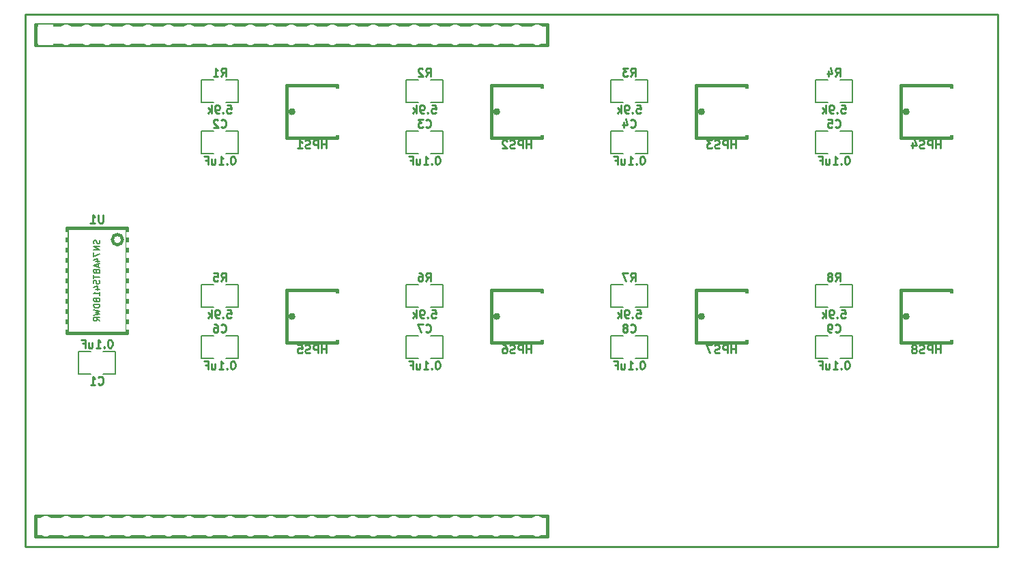
<source format=gbo>
G04 #@! TF.GenerationSoftware,KiCad,Pcbnew,no-vcs-found-7625~57~ubuntu16.04.1*
G04 #@! TF.CreationDate,2017-02-13T10:02:40-05:00*
G04 #@! TF.ProjectId,high_power_switch_controller_5x3,686967685F706F7765725F7377697463,1.0*
G04 #@! TF.FileFunction,Legend,Bot*
G04 #@! TF.FilePolarity,Positive*
%FSLAX46Y46*%
G04 Gerber Fmt 4.6, Leading zero omitted, Abs format (unit mm)*
G04 Created by KiCad (PCBNEW no-vcs-found-7625~57~ubuntu16.04.1) date Mon Feb 13 10:02:40 2017*
%MOMM*%
%LPD*%
G01*
G04 APERTURE LIST*
%ADD10C,0.100000*%
%ADD11C,0.228600*%
%ADD12C,0.381000*%
%ADD13C,0.127000*%
%ADD14C,0.254000*%
%ADD15C,0.190500*%
%ADD16O,2.032000X1.524000*%
%ADD17O,1.854200X2.540000*%
%ADD18R,1.854200X2.540000*%
%ADD19C,3.556000*%
%ADD20R,1.270000X2.540000*%
%ADD21R,2.200000X0.800000*%
%ADD22R,6.400000X5.800000*%
%ADD23C,2.540000*%
%ADD24R,2.140000X0.740000*%
G04 APERTURE END LIST*
D10*
D11*
X190500000Y-72390000D02*
X69850000Y-72390000D01*
X190500000Y-138430000D02*
X190500000Y-72390000D01*
X69850000Y-138430000D02*
X190500000Y-138430000D01*
X69850000Y-72390000D02*
X69850000Y-138430000D01*
D12*
X71120000Y-134620000D02*
X71120000Y-137160000D01*
X134620000Y-137160000D02*
X134620000Y-134620000D01*
X71120000Y-73660000D02*
X71120000Y-76200000D01*
X134620000Y-76200000D02*
X134620000Y-73660000D01*
X71120000Y-134620000D02*
X134620000Y-134620000D01*
X71120000Y-137160000D02*
X134620000Y-137160000D01*
X71120000Y-73660000D02*
X134620000Y-73660000D01*
X71120000Y-76200000D02*
X134620000Y-76200000D01*
D13*
X81026000Y-116967000D02*
X79502000Y-116967000D01*
X81026000Y-114173000D02*
X81026000Y-116967000D01*
X79502000Y-114173000D02*
X81026000Y-114173000D01*
X76454000Y-114173000D02*
X77978000Y-114173000D01*
X76454000Y-116967000D02*
X76454000Y-114173000D01*
X77978000Y-116967000D02*
X76454000Y-116967000D01*
X91694000Y-86868000D02*
X93218000Y-86868000D01*
X91694000Y-89662000D02*
X91694000Y-86868000D01*
X93218000Y-89662000D02*
X91694000Y-89662000D01*
X96266000Y-89662000D02*
X94742000Y-89662000D01*
X96266000Y-86868000D02*
X96266000Y-89662000D01*
X94742000Y-86868000D02*
X96266000Y-86868000D01*
X117094000Y-86868000D02*
X118618000Y-86868000D01*
X117094000Y-89662000D02*
X117094000Y-86868000D01*
X118618000Y-89662000D02*
X117094000Y-89662000D01*
X121666000Y-89662000D02*
X120142000Y-89662000D01*
X121666000Y-86868000D02*
X121666000Y-89662000D01*
X120142000Y-86868000D02*
X121666000Y-86868000D01*
X142494000Y-86868000D02*
X144018000Y-86868000D01*
X142494000Y-89662000D02*
X142494000Y-86868000D01*
X144018000Y-89662000D02*
X142494000Y-89662000D01*
X147066000Y-89662000D02*
X145542000Y-89662000D01*
X147066000Y-86868000D02*
X147066000Y-89662000D01*
X145542000Y-86868000D02*
X147066000Y-86868000D01*
X170942000Y-86868000D02*
X172466000Y-86868000D01*
X172466000Y-86868000D02*
X172466000Y-89662000D01*
X172466000Y-89662000D02*
X170942000Y-89662000D01*
X169418000Y-89662000D02*
X167894000Y-89662000D01*
X167894000Y-89662000D02*
X167894000Y-86868000D01*
X167894000Y-86868000D02*
X169418000Y-86868000D01*
X91694000Y-112268000D02*
X93218000Y-112268000D01*
X91694000Y-115062000D02*
X91694000Y-112268000D01*
X93218000Y-115062000D02*
X91694000Y-115062000D01*
X96266000Y-115062000D02*
X94742000Y-115062000D01*
X96266000Y-112268000D02*
X96266000Y-115062000D01*
X94742000Y-112268000D02*
X96266000Y-112268000D01*
X117094000Y-112268000D02*
X118618000Y-112268000D01*
X117094000Y-115062000D02*
X117094000Y-112268000D01*
X118618000Y-115062000D02*
X117094000Y-115062000D01*
X121666000Y-115062000D02*
X120142000Y-115062000D01*
X121666000Y-112268000D02*
X121666000Y-115062000D01*
X120142000Y-112268000D02*
X121666000Y-112268000D01*
X145542000Y-112268000D02*
X147066000Y-112268000D01*
X147066000Y-112268000D02*
X147066000Y-115062000D01*
X147066000Y-115062000D02*
X145542000Y-115062000D01*
X144018000Y-115062000D02*
X142494000Y-115062000D01*
X142494000Y-115062000D02*
X142494000Y-112268000D01*
X142494000Y-112268000D02*
X144018000Y-112268000D01*
X170942000Y-112268000D02*
X172466000Y-112268000D01*
X172466000Y-112268000D02*
X172466000Y-115062000D01*
X172466000Y-115062000D02*
X170942000Y-115062000D01*
X169418000Y-115062000D02*
X167894000Y-115062000D01*
X167894000Y-115062000D02*
X167894000Y-112268000D01*
X167894000Y-112268000D02*
X169418000Y-112268000D01*
D12*
X102300000Y-87705000D02*
X108520000Y-87705000D01*
X102300000Y-81205000D02*
X102300000Y-87705000D01*
X108520000Y-81205000D02*
X102300000Y-81205000D01*
X108520000Y-87705000D02*
X108520000Y-81205000D01*
X103153607Y-84455000D02*
G75*
G03X103153607Y-84455000I-223607J0D01*
G01*
X128553607Y-84455000D02*
G75*
G03X128553607Y-84455000I-223607J0D01*
G01*
X133920000Y-87705000D02*
X133920000Y-81205000D01*
X133920000Y-81205000D02*
X127700000Y-81205000D01*
X127700000Y-81205000D02*
X127700000Y-87705000D01*
X127700000Y-87705000D02*
X133920000Y-87705000D01*
X153953607Y-84455000D02*
G75*
G03X153953607Y-84455000I-223607J0D01*
G01*
X159320000Y-87705000D02*
X159320000Y-81205000D01*
X159320000Y-81205000D02*
X153100000Y-81205000D01*
X153100000Y-81205000D02*
X153100000Y-87705000D01*
X153100000Y-87705000D02*
X159320000Y-87705000D01*
X178500000Y-87705000D02*
X184720000Y-87705000D01*
X178500000Y-81205000D02*
X178500000Y-87705000D01*
X184720000Y-81205000D02*
X178500000Y-81205000D01*
X184720000Y-87705000D02*
X184720000Y-81205000D01*
X179353607Y-84455000D02*
G75*
G03X179353607Y-84455000I-223607J0D01*
G01*
X102300000Y-113105000D02*
X108520000Y-113105000D01*
X102300000Y-106605000D02*
X102300000Y-113105000D01*
X108520000Y-106605000D02*
X102300000Y-106605000D01*
X108520000Y-113105000D02*
X108520000Y-106605000D01*
X103153607Y-109855000D02*
G75*
G03X103153607Y-109855000I-223607J0D01*
G01*
X128553607Y-109855000D02*
G75*
G03X128553607Y-109855000I-223607J0D01*
G01*
X133920000Y-113105000D02*
X133920000Y-106605000D01*
X133920000Y-106605000D02*
X127700000Y-106605000D01*
X127700000Y-106605000D02*
X127700000Y-113105000D01*
X127700000Y-113105000D02*
X133920000Y-113105000D01*
X153100000Y-113105000D02*
X159320000Y-113105000D01*
X153100000Y-106605000D02*
X153100000Y-113105000D01*
X159320000Y-106605000D02*
X153100000Y-106605000D01*
X159320000Y-113105000D02*
X159320000Y-106605000D01*
X153953607Y-109855000D02*
G75*
G03X153953607Y-109855000I-223607J0D01*
G01*
X179353607Y-109855000D02*
G75*
G03X179353607Y-109855000I-223607J0D01*
G01*
X184720000Y-113105000D02*
X184720000Y-106605000D01*
X184720000Y-106605000D02*
X178500000Y-106605000D01*
X178500000Y-106605000D02*
X178500000Y-113105000D01*
X178500000Y-113105000D02*
X184720000Y-113105000D01*
D13*
X94742000Y-80518000D02*
X96266000Y-80518000D01*
X96266000Y-80518000D02*
X96266000Y-83312000D01*
X96266000Y-83312000D02*
X94742000Y-83312000D01*
X93218000Y-83312000D02*
X91694000Y-83312000D01*
X91694000Y-83312000D02*
X91694000Y-80518000D01*
X91694000Y-80518000D02*
X93218000Y-80518000D01*
X120142000Y-80518000D02*
X121666000Y-80518000D01*
X121666000Y-80518000D02*
X121666000Y-83312000D01*
X121666000Y-83312000D02*
X120142000Y-83312000D01*
X118618000Y-83312000D02*
X117094000Y-83312000D01*
X117094000Y-83312000D02*
X117094000Y-80518000D01*
X117094000Y-80518000D02*
X118618000Y-80518000D01*
X145542000Y-80518000D02*
X147066000Y-80518000D01*
X147066000Y-80518000D02*
X147066000Y-83312000D01*
X147066000Y-83312000D02*
X145542000Y-83312000D01*
X144018000Y-83312000D02*
X142494000Y-83312000D01*
X142494000Y-83312000D02*
X142494000Y-80518000D01*
X142494000Y-80518000D02*
X144018000Y-80518000D01*
X170942000Y-80518000D02*
X172466000Y-80518000D01*
X172466000Y-80518000D02*
X172466000Y-83312000D01*
X172466000Y-83312000D02*
X170942000Y-83312000D01*
X169418000Y-83312000D02*
X167894000Y-83312000D01*
X167894000Y-83312000D02*
X167894000Y-80518000D01*
X167894000Y-80518000D02*
X169418000Y-80518000D01*
X91694000Y-105918000D02*
X93218000Y-105918000D01*
X91694000Y-108712000D02*
X91694000Y-105918000D01*
X93218000Y-108712000D02*
X91694000Y-108712000D01*
X96266000Y-108712000D02*
X94742000Y-108712000D01*
X96266000Y-105918000D02*
X96266000Y-108712000D01*
X94742000Y-105918000D02*
X96266000Y-105918000D01*
X117094000Y-105918000D02*
X118618000Y-105918000D01*
X117094000Y-108712000D02*
X117094000Y-105918000D01*
X118618000Y-108712000D02*
X117094000Y-108712000D01*
X121666000Y-108712000D02*
X120142000Y-108712000D01*
X121666000Y-105918000D02*
X121666000Y-108712000D01*
X120142000Y-105918000D02*
X121666000Y-105918000D01*
X142494000Y-105918000D02*
X144018000Y-105918000D01*
X142494000Y-108712000D02*
X142494000Y-105918000D01*
X144018000Y-108712000D02*
X142494000Y-108712000D01*
X147066000Y-108712000D02*
X145542000Y-108712000D01*
X147066000Y-105918000D02*
X147066000Y-108712000D01*
X145542000Y-105918000D02*
X147066000Y-105918000D01*
X170942000Y-105918000D02*
X172466000Y-105918000D01*
X172466000Y-105918000D02*
X172466000Y-108712000D01*
X172466000Y-108712000D02*
X170942000Y-108712000D01*
X169418000Y-108712000D02*
X167894000Y-108712000D01*
X167894000Y-108712000D02*
X167894000Y-105918000D01*
X167894000Y-105918000D02*
X169418000Y-105918000D01*
D12*
X81915000Y-100330000D02*
G75*
G03X81915000Y-100330000I-635000J0D01*
G01*
X82490000Y-98910000D02*
X82490000Y-111910000D01*
X82490000Y-111910000D02*
X74990000Y-111910000D01*
X74990000Y-111910000D02*
X74990000Y-98910000D01*
X74990000Y-98910000D02*
X82490000Y-98910000D01*
D14*
X78909333Y-118218857D02*
X78957714Y-118267238D01*
X79102857Y-118315619D01*
X79199619Y-118315619D01*
X79344761Y-118267238D01*
X79441523Y-118170476D01*
X79489904Y-118073714D01*
X79538285Y-117880190D01*
X79538285Y-117735047D01*
X79489904Y-117541523D01*
X79441523Y-117444761D01*
X79344761Y-117348000D01*
X79199619Y-117299619D01*
X79102857Y-117299619D01*
X78957714Y-117348000D01*
X78909333Y-117396380D01*
X77941714Y-118315619D02*
X78522285Y-118315619D01*
X78232000Y-118315619D02*
X78232000Y-117299619D01*
X78328761Y-117444761D01*
X78425523Y-117541523D01*
X78522285Y-117589904D01*
X80409142Y-112727619D02*
X80312380Y-112727619D01*
X80215619Y-112776000D01*
X80167238Y-112824380D01*
X80118857Y-112921142D01*
X80070476Y-113114666D01*
X80070476Y-113356571D01*
X80118857Y-113550095D01*
X80167238Y-113646857D01*
X80215619Y-113695238D01*
X80312380Y-113743619D01*
X80409142Y-113743619D01*
X80505904Y-113695238D01*
X80554285Y-113646857D01*
X80602666Y-113550095D01*
X80651047Y-113356571D01*
X80651047Y-113114666D01*
X80602666Y-112921142D01*
X80554285Y-112824380D01*
X80505904Y-112776000D01*
X80409142Y-112727619D01*
X79635047Y-113646857D02*
X79586666Y-113695238D01*
X79635047Y-113743619D01*
X79683428Y-113695238D01*
X79635047Y-113646857D01*
X79635047Y-113743619D01*
X78619047Y-113743619D02*
X79199619Y-113743619D01*
X78909333Y-113743619D02*
X78909333Y-112727619D01*
X79006095Y-112872761D01*
X79102857Y-112969523D01*
X79199619Y-113017904D01*
X77748190Y-113066285D02*
X77748190Y-113743619D01*
X78183619Y-113066285D02*
X78183619Y-113598476D01*
X78135238Y-113695238D01*
X78038476Y-113743619D01*
X77893333Y-113743619D01*
X77796571Y-113695238D01*
X77748190Y-113646857D01*
X76925714Y-113211428D02*
X77264380Y-113211428D01*
X77264380Y-113743619D02*
X77264380Y-112727619D01*
X76780571Y-112727619D01*
X94149333Y-86341857D02*
X94197714Y-86390238D01*
X94342857Y-86438619D01*
X94439619Y-86438619D01*
X94584761Y-86390238D01*
X94681523Y-86293476D01*
X94729904Y-86196714D01*
X94778285Y-86003190D01*
X94778285Y-85858047D01*
X94729904Y-85664523D01*
X94681523Y-85567761D01*
X94584761Y-85471000D01*
X94439619Y-85422619D01*
X94342857Y-85422619D01*
X94197714Y-85471000D01*
X94149333Y-85519380D01*
X93762285Y-85519380D02*
X93713904Y-85471000D01*
X93617142Y-85422619D01*
X93375238Y-85422619D01*
X93278476Y-85471000D01*
X93230095Y-85519380D01*
X93181714Y-85616142D01*
X93181714Y-85712904D01*
X93230095Y-85858047D01*
X93810666Y-86438619D01*
X93181714Y-86438619D01*
X95649142Y-89994619D02*
X95552380Y-89994619D01*
X95455619Y-90043000D01*
X95407238Y-90091380D01*
X95358857Y-90188142D01*
X95310476Y-90381666D01*
X95310476Y-90623571D01*
X95358857Y-90817095D01*
X95407238Y-90913857D01*
X95455619Y-90962238D01*
X95552380Y-91010619D01*
X95649142Y-91010619D01*
X95745904Y-90962238D01*
X95794285Y-90913857D01*
X95842666Y-90817095D01*
X95891047Y-90623571D01*
X95891047Y-90381666D01*
X95842666Y-90188142D01*
X95794285Y-90091380D01*
X95745904Y-90043000D01*
X95649142Y-89994619D01*
X94875047Y-90913857D02*
X94826666Y-90962238D01*
X94875047Y-91010619D01*
X94923428Y-90962238D01*
X94875047Y-90913857D01*
X94875047Y-91010619D01*
X93859047Y-91010619D02*
X94439619Y-91010619D01*
X94149333Y-91010619D02*
X94149333Y-89994619D01*
X94246095Y-90139761D01*
X94342857Y-90236523D01*
X94439619Y-90284904D01*
X92988190Y-90333285D02*
X92988190Y-91010619D01*
X93423619Y-90333285D02*
X93423619Y-90865476D01*
X93375238Y-90962238D01*
X93278476Y-91010619D01*
X93133333Y-91010619D01*
X93036571Y-90962238D01*
X92988190Y-90913857D01*
X92165714Y-90478428D02*
X92504380Y-90478428D01*
X92504380Y-91010619D02*
X92504380Y-89994619D01*
X92020571Y-89994619D01*
X119549333Y-86341857D02*
X119597714Y-86390238D01*
X119742857Y-86438619D01*
X119839619Y-86438619D01*
X119984761Y-86390238D01*
X120081523Y-86293476D01*
X120129904Y-86196714D01*
X120178285Y-86003190D01*
X120178285Y-85858047D01*
X120129904Y-85664523D01*
X120081523Y-85567761D01*
X119984761Y-85471000D01*
X119839619Y-85422619D01*
X119742857Y-85422619D01*
X119597714Y-85471000D01*
X119549333Y-85519380D01*
X119210666Y-85422619D02*
X118581714Y-85422619D01*
X118920380Y-85809666D01*
X118775238Y-85809666D01*
X118678476Y-85858047D01*
X118630095Y-85906428D01*
X118581714Y-86003190D01*
X118581714Y-86245095D01*
X118630095Y-86341857D01*
X118678476Y-86390238D01*
X118775238Y-86438619D01*
X119065523Y-86438619D01*
X119162285Y-86390238D01*
X119210666Y-86341857D01*
X121049142Y-89994619D02*
X120952380Y-89994619D01*
X120855619Y-90043000D01*
X120807238Y-90091380D01*
X120758857Y-90188142D01*
X120710476Y-90381666D01*
X120710476Y-90623571D01*
X120758857Y-90817095D01*
X120807238Y-90913857D01*
X120855619Y-90962238D01*
X120952380Y-91010619D01*
X121049142Y-91010619D01*
X121145904Y-90962238D01*
X121194285Y-90913857D01*
X121242666Y-90817095D01*
X121291047Y-90623571D01*
X121291047Y-90381666D01*
X121242666Y-90188142D01*
X121194285Y-90091380D01*
X121145904Y-90043000D01*
X121049142Y-89994619D01*
X120275047Y-90913857D02*
X120226666Y-90962238D01*
X120275047Y-91010619D01*
X120323428Y-90962238D01*
X120275047Y-90913857D01*
X120275047Y-91010619D01*
X119259047Y-91010619D02*
X119839619Y-91010619D01*
X119549333Y-91010619D02*
X119549333Y-89994619D01*
X119646095Y-90139761D01*
X119742857Y-90236523D01*
X119839619Y-90284904D01*
X118388190Y-90333285D02*
X118388190Y-91010619D01*
X118823619Y-90333285D02*
X118823619Y-90865476D01*
X118775238Y-90962238D01*
X118678476Y-91010619D01*
X118533333Y-91010619D01*
X118436571Y-90962238D01*
X118388190Y-90913857D01*
X117565714Y-90478428D02*
X117904380Y-90478428D01*
X117904380Y-91010619D02*
X117904380Y-89994619D01*
X117420571Y-89994619D01*
X144949333Y-86341857D02*
X144997714Y-86390238D01*
X145142857Y-86438619D01*
X145239619Y-86438619D01*
X145384761Y-86390238D01*
X145481523Y-86293476D01*
X145529904Y-86196714D01*
X145578285Y-86003190D01*
X145578285Y-85858047D01*
X145529904Y-85664523D01*
X145481523Y-85567761D01*
X145384761Y-85471000D01*
X145239619Y-85422619D01*
X145142857Y-85422619D01*
X144997714Y-85471000D01*
X144949333Y-85519380D01*
X144078476Y-85761285D02*
X144078476Y-86438619D01*
X144320380Y-85374238D02*
X144562285Y-86099952D01*
X143933333Y-86099952D01*
X146449142Y-89994619D02*
X146352380Y-89994619D01*
X146255619Y-90043000D01*
X146207238Y-90091380D01*
X146158857Y-90188142D01*
X146110476Y-90381666D01*
X146110476Y-90623571D01*
X146158857Y-90817095D01*
X146207238Y-90913857D01*
X146255619Y-90962238D01*
X146352380Y-91010619D01*
X146449142Y-91010619D01*
X146545904Y-90962238D01*
X146594285Y-90913857D01*
X146642666Y-90817095D01*
X146691047Y-90623571D01*
X146691047Y-90381666D01*
X146642666Y-90188142D01*
X146594285Y-90091380D01*
X146545904Y-90043000D01*
X146449142Y-89994619D01*
X145675047Y-90913857D02*
X145626666Y-90962238D01*
X145675047Y-91010619D01*
X145723428Y-90962238D01*
X145675047Y-90913857D01*
X145675047Y-91010619D01*
X144659047Y-91010619D02*
X145239619Y-91010619D01*
X144949333Y-91010619D02*
X144949333Y-89994619D01*
X145046095Y-90139761D01*
X145142857Y-90236523D01*
X145239619Y-90284904D01*
X143788190Y-90333285D02*
X143788190Y-91010619D01*
X144223619Y-90333285D02*
X144223619Y-90865476D01*
X144175238Y-90962238D01*
X144078476Y-91010619D01*
X143933333Y-91010619D01*
X143836571Y-90962238D01*
X143788190Y-90913857D01*
X142965714Y-90478428D02*
X143304380Y-90478428D01*
X143304380Y-91010619D02*
X143304380Y-89994619D01*
X142820571Y-89994619D01*
X170349333Y-86341857D02*
X170397714Y-86390238D01*
X170542857Y-86438619D01*
X170639619Y-86438619D01*
X170784761Y-86390238D01*
X170881523Y-86293476D01*
X170929904Y-86196714D01*
X170978285Y-86003190D01*
X170978285Y-85858047D01*
X170929904Y-85664523D01*
X170881523Y-85567761D01*
X170784761Y-85471000D01*
X170639619Y-85422619D01*
X170542857Y-85422619D01*
X170397714Y-85471000D01*
X170349333Y-85519380D01*
X169430095Y-85422619D02*
X169913904Y-85422619D01*
X169962285Y-85906428D01*
X169913904Y-85858047D01*
X169817142Y-85809666D01*
X169575238Y-85809666D01*
X169478476Y-85858047D01*
X169430095Y-85906428D01*
X169381714Y-86003190D01*
X169381714Y-86245095D01*
X169430095Y-86341857D01*
X169478476Y-86390238D01*
X169575238Y-86438619D01*
X169817142Y-86438619D01*
X169913904Y-86390238D01*
X169962285Y-86341857D01*
X171849142Y-89994619D02*
X171752380Y-89994619D01*
X171655619Y-90043000D01*
X171607238Y-90091380D01*
X171558857Y-90188142D01*
X171510476Y-90381666D01*
X171510476Y-90623571D01*
X171558857Y-90817095D01*
X171607238Y-90913857D01*
X171655619Y-90962238D01*
X171752380Y-91010619D01*
X171849142Y-91010619D01*
X171945904Y-90962238D01*
X171994285Y-90913857D01*
X172042666Y-90817095D01*
X172091047Y-90623571D01*
X172091047Y-90381666D01*
X172042666Y-90188142D01*
X171994285Y-90091380D01*
X171945904Y-90043000D01*
X171849142Y-89994619D01*
X171075047Y-90913857D02*
X171026666Y-90962238D01*
X171075047Y-91010619D01*
X171123428Y-90962238D01*
X171075047Y-90913857D01*
X171075047Y-91010619D01*
X170059047Y-91010619D02*
X170639619Y-91010619D01*
X170349333Y-91010619D02*
X170349333Y-89994619D01*
X170446095Y-90139761D01*
X170542857Y-90236523D01*
X170639619Y-90284904D01*
X169188190Y-90333285D02*
X169188190Y-91010619D01*
X169623619Y-90333285D02*
X169623619Y-90865476D01*
X169575238Y-90962238D01*
X169478476Y-91010619D01*
X169333333Y-91010619D01*
X169236571Y-90962238D01*
X169188190Y-90913857D01*
X168365714Y-90478428D02*
X168704380Y-90478428D01*
X168704380Y-91010619D02*
X168704380Y-89994619D01*
X168220571Y-89994619D01*
X94149333Y-111741857D02*
X94197714Y-111790238D01*
X94342857Y-111838619D01*
X94439619Y-111838619D01*
X94584761Y-111790238D01*
X94681523Y-111693476D01*
X94729904Y-111596714D01*
X94778285Y-111403190D01*
X94778285Y-111258047D01*
X94729904Y-111064523D01*
X94681523Y-110967761D01*
X94584761Y-110871000D01*
X94439619Y-110822619D01*
X94342857Y-110822619D01*
X94197714Y-110871000D01*
X94149333Y-110919380D01*
X93278476Y-110822619D02*
X93472000Y-110822619D01*
X93568761Y-110871000D01*
X93617142Y-110919380D01*
X93713904Y-111064523D01*
X93762285Y-111258047D01*
X93762285Y-111645095D01*
X93713904Y-111741857D01*
X93665523Y-111790238D01*
X93568761Y-111838619D01*
X93375238Y-111838619D01*
X93278476Y-111790238D01*
X93230095Y-111741857D01*
X93181714Y-111645095D01*
X93181714Y-111403190D01*
X93230095Y-111306428D01*
X93278476Y-111258047D01*
X93375238Y-111209666D01*
X93568761Y-111209666D01*
X93665523Y-111258047D01*
X93713904Y-111306428D01*
X93762285Y-111403190D01*
X95649142Y-115394619D02*
X95552380Y-115394619D01*
X95455619Y-115443000D01*
X95407238Y-115491380D01*
X95358857Y-115588142D01*
X95310476Y-115781666D01*
X95310476Y-116023571D01*
X95358857Y-116217095D01*
X95407238Y-116313857D01*
X95455619Y-116362238D01*
X95552380Y-116410619D01*
X95649142Y-116410619D01*
X95745904Y-116362238D01*
X95794285Y-116313857D01*
X95842666Y-116217095D01*
X95891047Y-116023571D01*
X95891047Y-115781666D01*
X95842666Y-115588142D01*
X95794285Y-115491380D01*
X95745904Y-115443000D01*
X95649142Y-115394619D01*
X94875047Y-116313857D02*
X94826666Y-116362238D01*
X94875047Y-116410619D01*
X94923428Y-116362238D01*
X94875047Y-116313857D01*
X94875047Y-116410619D01*
X93859047Y-116410619D02*
X94439619Y-116410619D01*
X94149333Y-116410619D02*
X94149333Y-115394619D01*
X94246095Y-115539761D01*
X94342857Y-115636523D01*
X94439619Y-115684904D01*
X92988190Y-115733285D02*
X92988190Y-116410619D01*
X93423619Y-115733285D02*
X93423619Y-116265476D01*
X93375238Y-116362238D01*
X93278476Y-116410619D01*
X93133333Y-116410619D01*
X93036571Y-116362238D01*
X92988190Y-116313857D01*
X92165714Y-115878428D02*
X92504380Y-115878428D01*
X92504380Y-116410619D02*
X92504380Y-115394619D01*
X92020571Y-115394619D01*
X119549333Y-111741857D02*
X119597714Y-111790238D01*
X119742857Y-111838619D01*
X119839619Y-111838619D01*
X119984761Y-111790238D01*
X120081523Y-111693476D01*
X120129904Y-111596714D01*
X120178285Y-111403190D01*
X120178285Y-111258047D01*
X120129904Y-111064523D01*
X120081523Y-110967761D01*
X119984761Y-110871000D01*
X119839619Y-110822619D01*
X119742857Y-110822619D01*
X119597714Y-110871000D01*
X119549333Y-110919380D01*
X119210666Y-110822619D02*
X118533333Y-110822619D01*
X118968761Y-111838619D01*
X121049142Y-115394619D02*
X120952380Y-115394619D01*
X120855619Y-115443000D01*
X120807238Y-115491380D01*
X120758857Y-115588142D01*
X120710476Y-115781666D01*
X120710476Y-116023571D01*
X120758857Y-116217095D01*
X120807238Y-116313857D01*
X120855619Y-116362238D01*
X120952380Y-116410619D01*
X121049142Y-116410619D01*
X121145904Y-116362238D01*
X121194285Y-116313857D01*
X121242666Y-116217095D01*
X121291047Y-116023571D01*
X121291047Y-115781666D01*
X121242666Y-115588142D01*
X121194285Y-115491380D01*
X121145904Y-115443000D01*
X121049142Y-115394619D01*
X120275047Y-116313857D02*
X120226666Y-116362238D01*
X120275047Y-116410619D01*
X120323428Y-116362238D01*
X120275047Y-116313857D01*
X120275047Y-116410619D01*
X119259047Y-116410619D02*
X119839619Y-116410619D01*
X119549333Y-116410619D02*
X119549333Y-115394619D01*
X119646095Y-115539761D01*
X119742857Y-115636523D01*
X119839619Y-115684904D01*
X118388190Y-115733285D02*
X118388190Y-116410619D01*
X118823619Y-115733285D02*
X118823619Y-116265476D01*
X118775238Y-116362238D01*
X118678476Y-116410619D01*
X118533333Y-116410619D01*
X118436571Y-116362238D01*
X118388190Y-116313857D01*
X117565714Y-115878428D02*
X117904380Y-115878428D01*
X117904380Y-116410619D02*
X117904380Y-115394619D01*
X117420571Y-115394619D01*
X144949333Y-111741857D02*
X144997714Y-111790238D01*
X145142857Y-111838619D01*
X145239619Y-111838619D01*
X145384761Y-111790238D01*
X145481523Y-111693476D01*
X145529904Y-111596714D01*
X145578285Y-111403190D01*
X145578285Y-111258047D01*
X145529904Y-111064523D01*
X145481523Y-110967761D01*
X145384761Y-110871000D01*
X145239619Y-110822619D01*
X145142857Y-110822619D01*
X144997714Y-110871000D01*
X144949333Y-110919380D01*
X144368761Y-111258047D02*
X144465523Y-111209666D01*
X144513904Y-111161285D01*
X144562285Y-111064523D01*
X144562285Y-111016142D01*
X144513904Y-110919380D01*
X144465523Y-110871000D01*
X144368761Y-110822619D01*
X144175238Y-110822619D01*
X144078476Y-110871000D01*
X144030095Y-110919380D01*
X143981714Y-111016142D01*
X143981714Y-111064523D01*
X144030095Y-111161285D01*
X144078476Y-111209666D01*
X144175238Y-111258047D01*
X144368761Y-111258047D01*
X144465523Y-111306428D01*
X144513904Y-111354809D01*
X144562285Y-111451571D01*
X144562285Y-111645095D01*
X144513904Y-111741857D01*
X144465523Y-111790238D01*
X144368761Y-111838619D01*
X144175238Y-111838619D01*
X144078476Y-111790238D01*
X144030095Y-111741857D01*
X143981714Y-111645095D01*
X143981714Y-111451571D01*
X144030095Y-111354809D01*
X144078476Y-111306428D01*
X144175238Y-111258047D01*
X146449142Y-115394619D02*
X146352380Y-115394619D01*
X146255619Y-115443000D01*
X146207238Y-115491380D01*
X146158857Y-115588142D01*
X146110476Y-115781666D01*
X146110476Y-116023571D01*
X146158857Y-116217095D01*
X146207238Y-116313857D01*
X146255619Y-116362238D01*
X146352380Y-116410619D01*
X146449142Y-116410619D01*
X146545904Y-116362238D01*
X146594285Y-116313857D01*
X146642666Y-116217095D01*
X146691047Y-116023571D01*
X146691047Y-115781666D01*
X146642666Y-115588142D01*
X146594285Y-115491380D01*
X146545904Y-115443000D01*
X146449142Y-115394619D01*
X145675047Y-116313857D02*
X145626666Y-116362238D01*
X145675047Y-116410619D01*
X145723428Y-116362238D01*
X145675047Y-116313857D01*
X145675047Y-116410619D01*
X144659047Y-116410619D02*
X145239619Y-116410619D01*
X144949333Y-116410619D02*
X144949333Y-115394619D01*
X145046095Y-115539761D01*
X145142857Y-115636523D01*
X145239619Y-115684904D01*
X143788190Y-115733285D02*
X143788190Y-116410619D01*
X144223619Y-115733285D02*
X144223619Y-116265476D01*
X144175238Y-116362238D01*
X144078476Y-116410619D01*
X143933333Y-116410619D01*
X143836571Y-116362238D01*
X143788190Y-116313857D01*
X142965714Y-115878428D02*
X143304380Y-115878428D01*
X143304380Y-116410619D02*
X143304380Y-115394619D01*
X142820571Y-115394619D01*
X170349333Y-111741857D02*
X170397714Y-111790238D01*
X170542857Y-111838619D01*
X170639619Y-111838619D01*
X170784761Y-111790238D01*
X170881523Y-111693476D01*
X170929904Y-111596714D01*
X170978285Y-111403190D01*
X170978285Y-111258047D01*
X170929904Y-111064523D01*
X170881523Y-110967761D01*
X170784761Y-110871000D01*
X170639619Y-110822619D01*
X170542857Y-110822619D01*
X170397714Y-110871000D01*
X170349333Y-110919380D01*
X169865523Y-111838619D02*
X169672000Y-111838619D01*
X169575238Y-111790238D01*
X169526857Y-111741857D01*
X169430095Y-111596714D01*
X169381714Y-111403190D01*
X169381714Y-111016142D01*
X169430095Y-110919380D01*
X169478476Y-110871000D01*
X169575238Y-110822619D01*
X169768761Y-110822619D01*
X169865523Y-110871000D01*
X169913904Y-110919380D01*
X169962285Y-111016142D01*
X169962285Y-111258047D01*
X169913904Y-111354809D01*
X169865523Y-111403190D01*
X169768761Y-111451571D01*
X169575238Y-111451571D01*
X169478476Y-111403190D01*
X169430095Y-111354809D01*
X169381714Y-111258047D01*
X171849142Y-115394619D02*
X171752380Y-115394619D01*
X171655619Y-115443000D01*
X171607238Y-115491380D01*
X171558857Y-115588142D01*
X171510476Y-115781666D01*
X171510476Y-116023571D01*
X171558857Y-116217095D01*
X171607238Y-116313857D01*
X171655619Y-116362238D01*
X171752380Y-116410619D01*
X171849142Y-116410619D01*
X171945904Y-116362238D01*
X171994285Y-116313857D01*
X172042666Y-116217095D01*
X172091047Y-116023571D01*
X172091047Y-115781666D01*
X172042666Y-115588142D01*
X171994285Y-115491380D01*
X171945904Y-115443000D01*
X171849142Y-115394619D01*
X171075047Y-116313857D02*
X171026666Y-116362238D01*
X171075047Y-116410619D01*
X171123428Y-116362238D01*
X171075047Y-116313857D01*
X171075047Y-116410619D01*
X170059047Y-116410619D02*
X170639619Y-116410619D01*
X170349333Y-116410619D02*
X170349333Y-115394619D01*
X170446095Y-115539761D01*
X170542857Y-115636523D01*
X170639619Y-115684904D01*
X169188190Y-115733285D02*
X169188190Y-116410619D01*
X169623619Y-115733285D02*
X169623619Y-116265476D01*
X169575238Y-116362238D01*
X169478476Y-116410619D01*
X169333333Y-116410619D01*
X169236571Y-116362238D01*
X169188190Y-116313857D01*
X168365714Y-115878428D02*
X168704380Y-115878428D01*
X168704380Y-116410619D02*
X168704380Y-115394619D01*
X168220571Y-115394619D01*
X107195904Y-89014619D02*
X107195904Y-87998619D01*
X107195904Y-88482428D02*
X106615333Y-88482428D01*
X106615333Y-89014619D02*
X106615333Y-87998619D01*
X106131523Y-89014619D02*
X106131523Y-87998619D01*
X105744476Y-87998619D01*
X105647714Y-88047000D01*
X105599333Y-88095380D01*
X105550952Y-88192142D01*
X105550952Y-88337285D01*
X105599333Y-88434047D01*
X105647714Y-88482428D01*
X105744476Y-88530809D01*
X106131523Y-88530809D01*
X105163904Y-88966238D02*
X105018761Y-89014619D01*
X104776857Y-89014619D01*
X104680095Y-88966238D01*
X104631714Y-88917857D01*
X104583333Y-88821095D01*
X104583333Y-88724333D01*
X104631714Y-88627571D01*
X104680095Y-88579190D01*
X104776857Y-88530809D01*
X104970380Y-88482428D01*
X105067142Y-88434047D01*
X105115523Y-88385666D01*
X105163904Y-88288904D01*
X105163904Y-88192142D01*
X105115523Y-88095380D01*
X105067142Y-88047000D01*
X104970380Y-87998619D01*
X104728476Y-87998619D01*
X104583333Y-88047000D01*
X103615714Y-89014619D02*
X104196285Y-89014619D01*
X103906000Y-89014619D02*
X103906000Y-87998619D01*
X104002761Y-88143761D01*
X104099523Y-88240523D01*
X104196285Y-88288904D01*
X132595904Y-89014619D02*
X132595904Y-87998619D01*
X132595904Y-88482428D02*
X132015333Y-88482428D01*
X132015333Y-89014619D02*
X132015333Y-87998619D01*
X131531523Y-89014619D02*
X131531523Y-87998619D01*
X131144476Y-87998619D01*
X131047714Y-88047000D01*
X130999333Y-88095380D01*
X130950952Y-88192142D01*
X130950952Y-88337285D01*
X130999333Y-88434047D01*
X131047714Y-88482428D01*
X131144476Y-88530809D01*
X131531523Y-88530809D01*
X130563904Y-88966238D02*
X130418761Y-89014619D01*
X130176857Y-89014619D01*
X130080095Y-88966238D01*
X130031714Y-88917857D01*
X129983333Y-88821095D01*
X129983333Y-88724333D01*
X130031714Y-88627571D01*
X130080095Y-88579190D01*
X130176857Y-88530809D01*
X130370380Y-88482428D01*
X130467142Y-88434047D01*
X130515523Y-88385666D01*
X130563904Y-88288904D01*
X130563904Y-88192142D01*
X130515523Y-88095380D01*
X130467142Y-88047000D01*
X130370380Y-87998619D01*
X130128476Y-87998619D01*
X129983333Y-88047000D01*
X129596285Y-88095380D02*
X129547904Y-88047000D01*
X129451142Y-87998619D01*
X129209238Y-87998619D01*
X129112476Y-88047000D01*
X129064095Y-88095380D01*
X129015714Y-88192142D01*
X129015714Y-88288904D01*
X129064095Y-88434047D01*
X129644666Y-89014619D01*
X129015714Y-89014619D01*
X157995904Y-89014619D02*
X157995904Y-87998619D01*
X157995904Y-88482428D02*
X157415333Y-88482428D01*
X157415333Y-89014619D02*
X157415333Y-87998619D01*
X156931523Y-89014619D02*
X156931523Y-87998619D01*
X156544476Y-87998619D01*
X156447714Y-88047000D01*
X156399333Y-88095380D01*
X156350952Y-88192142D01*
X156350952Y-88337285D01*
X156399333Y-88434047D01*
X156447714Y-88482428D01*
X156544476Y-88530809D01*
X156931523Y-88530809D01*
X155963904Y-88966238D02*
X155818761Y-89014619D01*
X155576857Y-89014619D01*
X155480095Y-88966238D01*
X155431714Y-88917857D01*
X155383333Y-88821095D01*
X155383333Y-88724333D01*
X155431714Y-88627571D01*
X155480095Y-88579190D01*
X155576857Y-88530809D01*
X155770380Y-88482428D01*
X155867142Y-88434047D01*
X155915523Y-88385666D01*
X155963904Y-88288904D01*
X155963904Y-88192142D01*
X155915523Y-88095380D01*
X155867142Y-88047000D01*
X155770380Y-87998619D01*
X155528476Y-87998619D01*
X155383333Y-88047000D01*
X155044666Y-87998619D02*
X154415714Y-87998619D01*
X154754380Y-88385666D01*
X154609238Y-88385666D01*
X154512476Y-88434047D01*
X154464095Y-88482428D01*
X154415714Y-88579190D01*
X154415714Y-88821095D01*
X154464095Y-88917857D01*
X154512476Y-88966238D01*
X154609238Y-89014619D01*
X154899523Y-89014619D01*
X154996285Y-88966238D01*
X155044666Y-88917857D01*
X183395904Y-89014619D02*
X183395904Y-87998619D01*
X183395904Y-88482428D02*
X182815333Y-88482428D01*
X182815333Y-89014619D02*
X182815333Y-87998619D01*
X182331523Y-89014619D02*
X182331523Y-87998619D01*
X181944476Y-87998619D01*
X181847714Y-88047000D01*
X181799333Y-88095380D01*
X181750952Y-88192142D01*
X181750952Y-88337285D01*
X181799333Y-88434047D01*
X181847714Y-88482428D01*
X181944476Y-88530809D01*
X182331523Y-88530809D01*
X181363904Y-88966238D02*
X181218761Y-89014619D01*
X180976857Y-89014619D01*
X180880095Y-88966238D01*
X180831714Y-88917857D01*
X180783333Y-88821095D01*
X180783333Y-88724333D01*
X180831714Y-88627571D01*
X180880095Y-88579190D01*
X180976857Y-88530809D01*
X181170380Y-88482428D01*
X181267142Y-88434047D01*
X181315523Y-88385666D01*
X181363904Y-88288904D01*
X181363904Y-88192142D01*
X181315523Y-88095380D01*
X181267142Y-88047000D01*
X181170380Y-87998619D01*
X180928476Y-87998619D01*
X180783333Y-88047000D01*
X179912476Y-88337285D02*
X179912476Y-89014619D01*
X180154380Y-87950238D02*
X180396285Y-88675952D01*
X179767333Y-88675952D01*
X107195904Y-114414619D02*
X107195904Y-113398619D01*
X107195904Y-113882428D02*
X106615333Y-113882428D01*
X106615333Y-114414619D02*
X106615333Y-113398619D01*
X106131523Y-114414619D02*
X106131523Y-113398619D01*
X105744476Y-113398619D01*
X105647714Y-113447000D01*
X105599333Y-113495380D01*
X105550952Y-113592142D01*
X105550952Y-113737285D01*
X105599333Y-113834047D01*
X105647714Y-113882428D01*
X105744476Y-113930809D01*
X106131523Y-113930809D01*
X105163904Y-114366238D02*
X105018761Y-114414619D01*
X104776857Y-114414619D01*
X104680095Y-114366238D01*
X104631714Y-114317857D01*
X104583333Y-114221095D01*
X104583333Y-114124333D01*
X104631714Y-114027571D01*
X104680095Y-113979190D01*
X104776857Y-113930809D01*
X104970380Y-113882428D01*
X105067142Y-113834047D01*
X105115523Y-113785666D01*
X105163904Y-113688904D01*
X105163904Y-113592142D01*
X105115523Y-113495380D01*
X105067142Y-113447000D01*
X104970380Y-113398619D01*
X104728476Y-113398619D01*
X104583333Y-113447000D01*
X103664095Y-113398619D02*
X104147904Y-113398619D01*
X104196285Y-113882428D01*
X104147904Y-113834047D01*
X104051142Y-113785666D01*
X103809238Y-113785666D01*
X103712476Y-113834047D01*
X103664095Y-113882428D01*
X103615714Y-113979190D01*
X103615714Y-114221095D01*
X103664095Y-114317857D01*
X103712476Y-114366238D01*
X103809238Y-114414619D01*
X104051142Y-114414619D01*
X104147904Y-114366238D01*
X104196285Y-114317857D01*
X132595904Y-114414619D02*
X132595904Y-113398619D01*
X132595904Y-113882428D02*
X132015333Y-113882428D01*
X132015333Y-114414619D02*
X132015333Y-113398619D01*
X131531523Y-114414619D02*
X131531523Y-113398619D01*
X131144476Y-113398619D01*
X131047714Y-113447000D01*
X130999333Y-113495380D01*
X130950952Y-113592142D01*
X130950952Y-113737285D01*
X130999333Y-113834047D01*
X131047714Y-113882428D01*
X131144476Y-113930809D01*
X131531523Y-113930809D01*
X130563904Y-114366238D02*
X130418761Y-114414619D01*
X130176857Y-114414619D01*
X130080095Y-114366238D01*
X130031714Y-114317857D01*
X129983333Y-114221095D01*
X129983333Y-114124333D01*
X130031714Y-114027571D01*
X130080095Y-113979190D01*
X130176857Y-113930809D01*
X130370380Y-113882428D01*
X130467142Y-113834047D01*
X130515523Y-113785666D01*
X130563904Y-113688904D01*
X130563904Y-113592142D01*
X130515523Y-113495380D01*
X130467142Y-113447000D01*
X130370380Y-113398619D01*
X130128476Y-113398619D01*
X129983333Y-113447000D01*
X129112476Y-113398619D02*
X129306000Y-113398619D01*
X129402761Y-113447000D01*
X129451142Y-113495380D01*
X129547904Y-113640523D01*
X129596285Y-113834047D01*
X129596285Y-114221095D01*
X129547904Y-114317857D01*
X129499523Y-114366238D01*
X129402761Y-114414619D01*
X129209238Y-114414619D01*
X129112476Y-114366238D01*
X129064095Y-114317857D01*
X129015714Y-114221095D01*
X129015714Y-113979190D01*
X129064095Y-113882428D01*
X129112476Y-113834047D01*
X129209238Y-113785666D01*
X129402761Y-113785666D01*
X129499523Y-113834047D01*
X129547904Y-113882428D01*
X129596285Y-113979190D01*
X157995904Y-114414619D02*
X157995904Y-113398619D01*
X157995904Y-113882428D02*
X157415333Y-113882428D01*
X157415333Y-114414619D02*
X157415333Y-113398619D01*
X156931523Y-114414619D02*
X156931523Y-113398619D01*
X156544476Y-113398619D01*
X156447714Y-113447000D01*
X156399333Y-113495380D01*
X156350952Y-113592142D01*
X156350952Y-113737285D01*
X156399333Y-113834047D01*
X156447714Y-113882428D01*
X156544476Y-113930809D01*
X156931523Y-113930809D01*
X155963904Y-114366238D02*
X155818761Y-114414619D01*
X155576857Y-114414619D01*
X155480095Y-114366238D01*
X155431714Y-114317857D01*
X155383333Y-114221095D01*
X155383333Y-114124333D01*
X155431714Y-114027571D01*
X155480095Y-113979190D01*
X155576857Y-113930809D01*
X155770380Y-113882428D01*
X155867142Y-113834047D01*
X155915523Y-113785666D01*
X155963904Y-113688904D01*
X155963904Y-113592142D01*
X155915523Y-113495380D01*
X155867142Y-113447000D01*
X155770380Y-113398619D01*
X155528476Y-113398619D01*
X155383333Y-113447000D01*
X155044666Y-113398619D02*
X154367333Y-113398619D01*
X154802761Y-114414619D01*
X183395904Y-114414619D02*
X183395904Y-113398619D01*
X183395904Y-113882428D02*
X182815333Y-113882428D01*
X182815333Y-114414619D02*
X182815333Y-113398619D01*
X182331523Y-114414619D02*
X182331523Y-113398619D01*
X181944476Y-113398619D01*
X181847714Y-113447000D01*
X181799333Y-113495380D01*
X181750952Y-113592142D01*
X181750952Y-113737285D01*
X181799333Y-113834047D01*
X181847714Y-113882428D01*
X181944476Y-113930809D01*
X182331523Y-113930809D01*
X181363904Y-114366238D02*
X181218761Y-114414619D01*
X180976857Y-114414619D01*
X180880095Y-114366238D01*
X180831714Y-114317857D01*
X180783333Y-114221095D01*
X180783333Y-114124333D01*
X180831714Y-114027571D01*
X180880095Y-113979190D01*
X180976857Y-113930809D01*
X181170380Y-113882428D01*
X181267142Y-113834047D01*
X181315523Y-113785666D01*
X181363904Y-113688904D01*
X181363904Y-113592142D01*
X181315523Y-113495380D01*
X181267142Y-113447000D01*
X181170380Y-113398619D01*
X180928476Y-113398619D01*
X180783333Y-113447000D01*
X180202761Y-113834047D02*
X180299523Y-113785666D01*
X180347904Y-113737285D01*
X180396285Y-113640523D01*
X180396285Y-113592142D01*
X180347904Y-113495380D01*
X180299523Y-113447000D01*
X180202761Y-113398619D01*
X180009238Y-113398619D01*
X179912476Y-113447000D01*
X179864095Y-113495380D01*
X179815714Y-113592142D01*
X179815714Y-113640523D01*
X179864095Y-113737285D01*
X179912476Y-113785666D01*
X180009238Y-113834047D01*
X180202761Y-113834047D01*
X180299523Y-113882428D01*
X180347904Y-113930809D01*
X180396285Y-114027571D01*
X180396285Y-114221095D01*
X180347904Y-114317857D01*
X180299523Y-114366238D01*
X180202761Y-114414619D01*
X180009238Y-114414619D01*
X179912476Y-114366238D01*
X179864095Y-114317857D01*
X179815714Y-114221095D01*
X179815714Y-114027571D01*
X179864095Y-113930809D01*
X179912476Y-113882428D01*
X180009238Y-113834047D01*
X94149333Y-80088619D02*
X94488000Y-79604809D01*
X94729904Y-80088619D02*
X94729904Y-79072619D01*
X94342857Y-79072619D01*
X94246095Y-79121000D01*
X94197714Y-79169380D01*
X94149333Y-79266142D01*
X94149333Y-79411285D01*
X94197714Y-79508047D01*
X94246095Y-79556428D01*
X94342857Y-79604809D01*
X94729904Y-79604809D01*
X93181714Y-80088619D02*
X93762285Y-80088619D01*
X93472000Y-80088619D02*
X93472000Y-79072619D01*
X93568761Y-79217761D01*
X93665523Y-79314523D01*
X93762285Y-79362904D01*
X94875047Y-83644619D02*
X95358857Y-83644619D01*
X95407238Y-84128428D01*
X95358857Y-84080047D01*
X95262095Y-84031666D01*
X95020190Y-84031666D01*
X94923428Y-84080047D01*
X94875047Y-84128428D01*
X94826666Y-84225190D01*
X94826666Y-84467095D01*
X94875047Y-84563857D01*
X94923428Y-84612238D01*
X95020190Y-84660619D01*
X95262095Y-84660619D01*
X95358857Y-84612238D01*
X95407238Y-84563857D01*
X94391238Y-84563857D02*
X94342857Y-84612238D01*
X94391238Y-84660619D01*
X94439619Y-84612238D01*
X94391238Y-84563857D01*
X94391238Y-84660619D01*
X93859047Y-84660619D02*
X93665523Y-84660619D01*
X93568761Y-84612238D01*
X93520380Y-84563857D01*
X93423619Y-84418714D01*
X93375238Y-84225190D01*
X93375238Y-83838142D01*
X93423619Y-83741380D01*
X93472000Y-83693000D01*
X93568761Y-83644619D01*
X93762285Y-83644619D01*
X93859047Y-83693000D01*
X93907428Y-83741380D01*
X93955809Y-83838142D01*
X93955809Y-84080047D01*
X93907428Y-84176809D01*
X93859047Y-84225190D01*
X93762285Y-84273571D01*
X93568761Y-84273571D01*
X93472000Y-84225190D01*
X93423619Y-84176809D01*
X93375238Y-84080047D01*
X92939809Y-84660619D02*
X92939809Y-83644619D01*
X92843047Y-84273571D02*
X92552761Y-84660619D01*
X92552761Y-83983285D02*
X92939809Y-84370333D01*
X119549333Y-80088619D02*
X119888000Y-79604809D01*
X120129904Y-80088619D02*
X120129904Y-79072619D01*
X119742857Y-79072619D01*
X119646095Y-79121000D01*
X119597714Y-79169380D01*
X119549333Y-79266142D01*
X119549333Y-79411285D01*
X119597714Y-79508047D01*
X119646095Y-79556428D01*
X119742857Y-79604809D01*
X120129904Y-79604809D01*
X119162285Y-79169380D02*
X119113904Y-79121000D01*
X119017142Y-79072619D01*
X118775238Y-79072619D01*
X118678476Y-79121000D01*
X118630095Y-79169380D01*
X118581714Y-79266142D01*
X118581714Y-79362904D01*
X118630095Y-79508047D01*
X119210666Y-80088619D01*
X118581714Y-80088619D01*
X120275047Y-83644619D02*
X120758857Y-83644619D01*
X120807238Y-84128428D01*
X120758857Y-84080047D01*
X120662095Y-84031666D01*
X120420190Y-84031666D01*
X120323428Y-84080047D01*
X120275047Y-84128428D01*
X120226666Y-84225190D01*
X120226666Y-84467095D01*
X120275047Y-84563857D01*
X120323428Y-84612238D01*
X120420190Y-84660619D01*
X120662095Y-84660619D01*
X120758857Y-84612238D01*
X120807238Y-84563857D01*
X119791238Y-84563857D02*
X119742857Y-84612238D01*
X119791238Y-84660619D01*
X119839619Y-84612238D01*
X119791238Y-84563857D01*
X119791238Y-84660619D01*
X119259047Y-84660619D02*
X119065523Y-84660619D01*
X118968761Y-84612238D01*
X118920380Y-84563857D01*
X118823619Y-84418714D01*
X118775238Y-84225190D01*
X118775238Y-83838142D01*
X118823619Y-83741380D01*
X118872000Y-83693000D01*
X118968761Y-83644619D01*
X119162285Y-83644619D01*
X119259047Y-83693000D01*
X119307428Y-83741380D01*
X119355809Y-83838142D01*
X119355809Y-84080047D01*
X119307428Y-84176809D01*
X119259047Y-84225190D01*
X119162285Y-84273571D01*
X118968761Y-84273571D01*
X118872000Y-84225190D01*
X118823619Y-84176809D01*
X118775238Y-84080047D01*
X118339809Y-84660619D02*
X118339809Y-83644619D01*
X118243047Y-84273571D02*
X117952761Y-84660619D01*
X117952761Y-83983285D02*
X118339809Y-84370333D01*
X144949333Y-80088619D02*
X145288000Y-79604809D01*
X145529904Y-80088619D02*
X145529904Y-79072619D01*
X145142857Y-79072619D01*
X145046095Y-79121000D01*
X144997714Y-79169380D01*
X144949333Y-79266142D01*
X144949333Y-79411285D01*
X144997714Y-79508047D01*
X145046095Y-79556428D01*
X145142857Y-79604809D01*
X145529904Y-79604809D01*
X144610666Y-79072619D02*
X143981714Y-79072619D01*
X144320380Y-79459666D01*
X144175238Y-79459666D01*
X144078476Y-79508047D01*
X144030095Y-79556428D01*
X143981714Y-79653190D01*
X143981714Y-79895095D01*
X144030095Y-79991857D01*
X144078476Y-80040238D01*
X144175238Y-80088619D01*
X144465523Y-80088619D01*
X144562285Y-80040238D01*
X144610666Y-79991857D01*
X145675047Y-83644619D02*
X146158857Y-83644619D01*
X146207238Y-84128428D01*
X146158857Y-84080047D01*
X146062095Y-84031666D01*
X145820190Y-84031666D01*
X145723428Y-84080047D01*
X145675047Y-84128428D01*
X145626666Y-84225190D01*
X145626666Y-84467095D01*
X145675047Y-84563857D01*
X145723428Y-84612238D01*
X145820190Y-84660619D01*
X146062095Y-84660619D01*
X146158857Y-84612238D01*
X146207238Y-84563857D01*
X145191238Y-84563857D02*
X145142857Y-84612238D01*
X145191238Y-84660619D01*
X145239619Y-84612238D01*
X145191238Y-84563857D01*
X145191238Y-84660619D01*
X144659047Y-84660619D02*
X144465523Y-84660619D01*
X144368761Y-84612238D01*
X144320380Y-84563857D01*
X144223619Y-84418714D01*
X144175238Y-84225190D01*
X144175238Y-83838142D01*
X144223619Y-83741380D01*
X144272000Y-83693000D01*
X144368761Y-83644619D01*
X144562285Y-83644619D01*
X144659047Y-83693000D01*
X144707428Y-83741380D01*
X144755809Y-83838142D01*
X144755809Y-84080047D01*
X144707428Y-84176809D01*
X144659047Y-84225190D01*
X144562285Y-84273571D01*
X144368761Y-84273571D01*
X144272000Y-84225190D01*
X144223619Y-84176809D01*
X144175238Y-84080047D01*
X143739809Y-84660619D02*
X143739809Y-83644619D01*
X143643047Y-84273571D02*
X143352761Y-84660619D01*
X143352761Y-83983285D02*
X143739809Y-84370333D01*
X170349333Y-80088619D02*
X170688000Y-79604809D01*
X170929904Y-80088619D02*
X170929904Y-79072619D01*
X170542857Y-79072619D01*
X170446095Y-79121000D01*
X170397714Y-79169380D01*
X170349333Y-79266142D01*
X170349333Y-79411285D01*
X170397714Y-79508047D01*
X170446095Y-79556428D01*
X170542857Y-79604809D01*
X170929904Y-79604809D01*
X169478476Y-79411285D02*
X169478476Y-80088619D01*
X169720380Y-79024238D02*
X169962285Y-79749952D01*
X169333333Y-79749952D01*
X171075047Y-83644619D02*
X171558857Y-83644619D01*
X171607238Y-84128428D01*
X171558857Y-84080047D01*
X171462095Y-84031666D01*
X171220190Y-84031666D01*
X171123428Y-84080047D01*
X171075047Y-84128428D01*
X171026666Y-84225190D01*
X171026666Y-84467095D01*
X171075047Y-84563857D01*
X171123428Y-84612238D01*
X171220190Y-84660619D01*
X171462095Y-84660619D01*
X171558857Y-84612238D01*
X171607238Y-84563857D01*
X170591238Y-84563857D02*
X170542857Y-84612238D01*
X170591238Y-84660619D01*
X170639619Y-84612238D01*
X170591238Y-84563857D01*
X170591238Y-84660619D01*
X170059047Y-84660619D02*
X169865523Y-84660619D01*
X169768761Y-84612238D01*
X169720380Y-84563857D01*
X169623619Y-84418714D01*
X169575238Y-84225190D01*
X169575238Y-83838142D01*
X169623619Y-83741380D01*
X169672000Y-83693000D01*
X169768761Y-83644619D01*
X169962285Y-83644619D01*
X170059047Y-83693000D01*
X170107428Y-83741380D01*
X170155809Y-83838142D01*
X170155809Y-84080047D01*
X170107428Y-84176809D01*
X170059047Y-84225190D01*
X169962285Y-84273571D01*
X169768761Y-84273571D01*
X169672000Y-84225190D01*
X169623619Y-84176809D01*
X169575238Y-84080047D01*
X169139809Y-84660619D02*
X169139809Y-83644619D01*
X169043047Y-84273571D02*
X168752761Y-84660619D01*
X168752761Y-83983285D02*
X169139809Y-84370333D01*
X94149333Y-105488619D02*
X94488000Y-105004809D01*
X94729904Y-105488619D02*
X94729904Y-104472619D01*
X94342857Y-104472619D01*
X94246095Y-104521000D01*
X94197714Y-104569380D01*
X94149333Y-104666142D01*
X94149333Y-104811285D01*
X94197714Y-104908047D01*
X94246095Y-104956428D01*
X94342857Y-105004809D01*
X94729904Y-105004809D01*
X93230095Y-104472619D02*
X93713904Y-104472619D01*
X93762285Y-104956428D01*
X93713904Y-104908047D01*
X93617142Y-104859666D01*
X93375238Y-104859666D01*
X93278476Y-104908047D01*
X93230095Y-104956428D01*
X93181714Y-105053190D01*
X93181714Y-105295095D01*
X93230095Y-105391857D01*
X93278476Y-105440238D01*
X93375238Y-105488619D01*
X93617142Y-105488619D01*
X93713904Y-105440238D01*
X93762285Y-105391857D01*
X94875047Y-109044619D02*
X95358857Y-109044619D01*
X95407238Y-109528428D01*
X95358857Y-109480047D01*
X95262095Y-109431666D01*
X95020190Y-109431666D01*
X94923428Y-109480047D01*
X94875047Y-109528428D01*
X94826666Y-109625190D01*
X94826666Y-109867095D01*
X94875047Y-109963857D01*
X94923428Y-110012238D01*
X95020190Y-110060619D01*
X95262095Y-110060619D01*
X95358857Y-110012238D01*
X95407238Y-109963857D01*
X94391238Y-109963857D02*
X94342857Y-110012238D01*
X94391238Y-110060619D01*
X94439619Y-110012238D01*
X94391238Y-109963857D01*
X94391238Y-110060619D01*
X93859047Y-110060619D02*
X93665523Y-110060619D01*
X93568761Y-110012238D01*
X93520380Y-109963857D01*
X93423619Y-109818714D01*
X93375238Y-109625190D01*
X93375238Y-109238142D01*
X93423619Y-109141380D01*
X93472000Y-109093000D01*
X93568761Y-109044619D01*
X93762285Y-109044619D01*
X93859047Y-109093000D01*
X93907428Y-109141380D01*
X93955809Y-109238142D01*
X93955809Y-109480047D01*
X93907428Y-109576809D01*
X93859047Y-109625190D01*
X93762285Y-109673571D01*
X93568761Y-109673571D01*
X93472000Y-109625190D01*
X93423619Y-109576809D01*
X93375238Y-109480047D01*
X92939809Y-110060619D02*
X92939809Y-109044619D01*
X92843047Y-109673571D02*
X92552761Y-110060619D01*
X92552761Y-109383285D02*
X92939809Y-109770333D01*
X119549333Y-105488619D02*
X119888000Y-105004809D01*
X120129904Y-105488619D02*
X120129904Y-104472619D01*
X119742857Y-104472619D01*
X119646095Y-104521000D01*
X119597714Y-104569380D01*
X119549333Y-104666142D01*
X119549333Y-104811285D01*
X119597714Y-104908047D01*
X119646095Y-104956428D01*
X119742857Y-105004809D01*
X120129904Y-105004809D01*
X118678476Y-104472619D02*
X118872000Y-104472619D01*
X118968761Y-104521000D01*
X119017142Y-104569380D01*
X119113904Y-104714523D01*
X119162285Y-104908047D01*
X119162285Y-105295095D01*
X119113904Y-105391857D01*
X119065523Y-105440238D01*
X118968761Y-105488619D01*
X118775238Y-105488619D01*
X118678476Y-105440238D01*
X118630095Y-105391857D01*
X118581714Y-105295095D01*
X118581714Y-105053190D01*
X118630095Y-104956428D01*
X118678476Y-104908047D01*
X118775238Y-104859666D01*
X118968761Y-104859666D01*
X119065523Y-104908047D01*
X119113904Y-104956428D01*
X119162285Y-105053190D01*
X120275047Y-109044619D02*
X120758857Y-109044619D01*
X120807238Y-109528428D01*
X120758857Y-109480047D01*
X120662095Y-109431666D01*
X120420190Y-109431666D01*
X120323428Y-109480047D01*
X120275047Y-109528428D01*
X120226666Y-109625190D01*
X120226666Y-109867095D01*
X120275047Y-109963857D01*
X120323428Y-110012238D01*
X120420190Y-110060619D01*
X120662095Y-110060619D01*
X120758857Y-110012238D01*
X120807238Y-109963857D01*
X119791238Y-109963857D02*
X119742857Y-110012238D01*
X119791238Y-110060619D01*
X119839619Y-110012238D01*
X119791238Y-109963857D01*
X119791238Y-110060619D01*
X119259047Y-110060619D02*
X119065523Y-110060619D01*
X118968761Y-110012238D01*
X118920380Y-109963857D01*
X118823619Y-109818714D01*
X118775238Y-109625190D01*
X118775238Y-109238142D01*
X118823619Y-109141380D01*
X118872000Y-109093000D01*
X118968761Y-109044619D01*
X119162285Y-109044619D01*
X119259047Y-109093000D01*
X119307428Y-109141380D01*
X119355809Y-109238142D01*
X119355809Y-109480047D01*
X119307428Y-109576809D01*
X119259047Y-109625190D01*
X119162285Y-109673571D01*
X118968761Y-109673571D01*
X118872000Y-109625190D01*
X118823619Y-109576809D01*
X118775238Y-109480047D01*
X118339809Y-110060619D02*
X118339809Y-109044619D01*
X118243047Y-109673571D02*
X117952761Y-110060619D01*
X117952761Y-109383285D02*
X118339809Y-109770333D01*
X144949333Y-105488619D02*
X145288000Y-105004809D01*
X145529904Y-105488619D02*
X145529904Y-104472619D01*
X145142857Y-104472619D01*
X145046095Y-104521000D01*
X144997714Y-104569380D01*
X144949333Y-104666142D01*
X144949333Y-104811285D01*
X144997714Y-104908047D01*
X145046095Y-104956428D01*
X145142857Y-105004809D01*
X145529904Y-105004809D01*
X144610666Y-104472619D02*
X143933333Y-104472619D01*
X144368761Y-105488619D01*
X145675047Y-109044619D02*
X146158857Y-109044619D01*
X146207238Y-109528428D01*
X146158857Y-109480047D01*
X146062095Y-109431666D01*
X145820190Y-109431666D01*
X145723428Y-109480047D01*
X145675047Y-109528428D01*
X145626666Y-109625190D01*
X145626666Y-109867095D01*
X145675047Y-109963857D01*
X145723428Y-110012238D01*
X145820190Y-110060619D01*
X146062095Y-110060619D01*
X146158857Y-110012238D01*
X146207238Y-109963857D01*
X145191238Y-109963857D02*
X145142857Y-110012238D01*
X145191238Y-110060619D01*
X145239619Y-110012238D01*
X145191238Y-109963857D01*
X145191238Y-110060619D01*
X144659047Y-110060619D02*
X144465523Y-110060619D01*
X144368761Y-110012238D01*
X144320380Y-109963857D01*
X144223619Y-109818714D01*
X144175238Y-109625190D01*
X144175238Y-109238142D01*
X144223619Y-109141380D01*
X144272000Y-109093000D01*
X144368761Y-109044619D01*
X144562285Y-109044619D01*
X144659047Y-109093000D01*
X144707428Y-109141380D01*
X144755809Y-109238142D01*
X144755809Y-109480047D01*
X144707428Y-109576809D01*
X144659047Y-109625190D01*
X144562285Y-109673571D01*
X144368761Y-109673571D01*
X144272000Y-109625190D01*
X144223619Y-109576809D01*
X144175238Y-109480047D01*
X143739809Y-110060619D02*
X143739809Y-109044619D01*
X143643047Y-109673571D02*
X143352761Y-110060619D01*
X143352761Y-109383285D02*
X143739809Y-109770333D01*
X170349333Y-105488619D02*
X170688000Y-105004809D01*
X170929904Y-105488619D02*
X170929904Y-104472619D01*
X170542857Y-104472619D01*
X170446095Y-104521000D01*
X170397714Y-104569380D01*
X170349333Y-104666142D01*
X170349333Y-104811285D01*
X170397714Y-104908047D01*
X170446095Y-104956428D01*
X170542857Y-105004809D01*
X170929904Y-105004809D01*
X169768761Y-104908047D02*
X169865523Y-104859666D01*
X169913904Y-104811285D01*
X169962285Y-104714523D01*
X169962285Y-104666142D01*
X169913904Y-104569380D01*
X169865523Y-104521000D01*
X169768761Y-104472619D01*
X169575238Y-104472619D01*
X169478476Y-104521000D01*
X169430095Y-104569380D01*
X169381714Y-104666142D01*
X169381714Y-104714523D01*
X169430095Y-104811285D01*
X169478476Y-104859666D01*
X169575238Y-104908047D01*
X169768761Y-104908047D01*
X169865523Y-104956428D01*
X169913904Y-105004809D01*
X169962285Y-105101571D01*
X169962285Y-105295095D01*
X169913904Y-105391857D01*
X169865523Y-105440238D01*
X169768761Y-105488619D01*
X169575238Y-105488619D01*
X169478476Y-105440238D01*
X169430095Y-105391857D01*
X169381714Y-105295095D01*
X169381714Y-105101571D01*
X169430095Y-105004809D01*
X169478476Y-104956428D01*
X169575238Y-104908047D01*
X171075047Y-109044619D02*
X171558857Y-109044619D01*
X171607238Y-109528428D01*
X171558857Y-109480047D01*
X171462095Y-109431666D01*
X171220190Y-109431666D01*
X171123428Y-109480047D01*
X171075047Y-109528428D01*
X171026666Y-109625190D01*
X171026666Y-109867095D01*
X171075047Y-109963857D01*
X171123428Y-110012238D01*
X171220190Y-110060619D01*
X171462095Y-110060619D01*
X171558857Y-110012238D01*
X171607238Y-109963857D01*
X170591238Y-109963857D02*
X170542857Y-110012238D01*
X170591238Y-110060619D01*
X170639619Y-110012238D01*
X170591238Y-109963857D01*
X170591238Y-110060619D01*
X170059047Y-110060619D02*
X169865523Y-110060619D01*
X169768761Y-110012238D01*
X169720380Y-109963857D01*
X169623619Y-109818714D01*
X169575238Y-109625190D01*
X169575238Y-109238142D01*
X169623619Y-109141380D01*
X169672000Y-109093000D01*
X169768761Y-109044619D01*
X169962285Y-109044619D01*
X170059047Y-109093000D01*
X170107428Y-109141380D01*
X170155809Y-109238142D01*
X170155809Y-109480047D01*
X170107428Y-109576809D01*
X170059047Y-109625190D01*
X169962285Y-109673571D01*
X169768761Y-109673571D01*
X169672000Y-109625190D01*
X169623619Y-109576809D01*
X169575238Y-109480047D01*
X169139809Y-110060619D02*
X169139809Y-109044619D01*
X169043047Y-109673571D02*
X168752761Y-110060619D01*
X168752761Y-109383285D02*
X169139809Y-109770333D01*
X79514095Y-97233619D02*
X79514095Y-98056095D01*
X79465714Y-98152857D01*
X79417333Y-98201238D01*
X79320571Y-98249619D01*
X79127047Y-98249619D01*
X79030285Y-98201238D01*
X78981904Y-98152857D01*
X78933523Y-98056095D01*
X78933523Y-97233619D01*
X77917523Y-98249619D02*
X78498095Y-98249619D01*
X78207809Y-98249619D02*
X78207809Y-97233619D01*
X78304571Y-97378761D01*
X78401333Y-97475523D01*
X78498095Y-97523904D01*
D15*
X79048428Y-100402571D02*
X79084714Y-100511428D01*
X79084714Y-100692857D01*
X79048428Y-100765428D01*
X79012142Y-100801714D01*
X78939571Y-100838000D01*
X78867000Y-100838000D01*
X78794428Y-100801714D01*
X78758142Y-100765428D01*
X78721857Y-100692857D01*
X78685571Y-100547714D01*
X78649285Y-100475142D01*
X78613000Y-100438857D01*
X78540428Y-100402571D01*
X78467857Y-100402571D01*
X78395285Y-100438857D01*
X78359000Y-100475142D01*
X78322714Y-100547714D01*
X78322714Y-100729142D01*
X78359000Y-100838000D01*
X79084714Y-101164571D02*
X78322714Y-101164571D01*
X79084714Y-101600000D01*
X78322714Y-101600000D01*
X78322714Y-101890285D02*
X78322714Y-102398285D01*
X79084714Y-102071714D01*
X78576714Y-103015142D02*
X79084714Y-103015142D01*
X78286428Y-102833714D02*
X78830714Y-102652285D01*
X78830714Y-103124000D01*
X78867000Y-103378000D02*
X78867000Y-103740857D01*
X79084714Y-103305428D02*
X78322714Y-103559428D01*
X79084714Y-103813428D01*
X78685571Y-104321428D02*
X78721857Y-104430285D01*
X78758142Y-104466571D01*
X78830714Y-104502857D01*
X78939571Y-104502857D01*
X79012142Y-104466571D01*
X79048428Y-104430285D01*
X79084714Y-104357714D01*
X79084714Y-104067428D01*
X78322714Y-104067428D01*
X78322714Y-104321428D01*
X78359000Y-104394000D01*
X78395285Y-104430285D01*
X78467857Y-104466571D01*
X78540428Y-104466571D01*
X78613000Y-104430285D01*
X78649285Y-104394000D01*
X78685571Y-104321428D01*
X78685571Y-104067428D01*
X78322714Y-104720571D02*
X78322714Y-105156000D01*
X79084714Y-104938285D02*
X78322714Y-104938285D01*
X78322714Y-105772857D02*
X78322714Y-105410000D01*
X78685571Y-105373714D01*
X78649285Y-105410000D01*
X78613000Y-105482571D01*
X78613000Y-105664000D01*
X78649285Y-105736571D01*
X78685571Y-105772857D01*
X78758142Y-105809142D01*
X78939571Y-105809142D01*
X79012142Y-105772857D01*
X79048428Y-105736571D01*
X79084714Y-105664000D01*
X79084714Y-105482571D01*
X79048428Y-105410000D01*
X79012142Y-105373714D01*
X78576714Y-106462285D02*
X79084714Y-106462285D01*
X78286428Y-106280857D02*
X78830714Y-106099428D01*
X78830714Y-106571142D01*
X79084714Y-107260571D02*
X79084714Y-106825142D01*
X79084714Y-107042857D02*
X78322714Y-107042857D01*
X78431571Y-106970285D01*
X78504142Y-106897714D01*
X78540428Y-106825142D01*
X78685571Y-107841142D02*
X78721857Y-107950000D01*
X78758142Y-107986285D01*
X78830714Y-108022571D01*
X78939571Y-108022571D01*
X79012142Y-107986285D01*
X79048428Y-107950000D01*
X79084714Y-107877428D01*
X79084714Y-107587142D01*
X78322714Y-107587142D01*
X78322714Y-107841142D01*
X78359000Y-107913714D01*
X78395285Y-107950000D01*
X78467857Y-107986285D01*
X78540428Y-107986285D01*
X78613000Y-107950000D01*
X78649285Y-107913714D01*
X78685571Y-107841142D01*
X78685571Y-107587142D01*
X79084714Y-108349142D02*
X78322714Y-108349142D01*
X78322714Y-108530571D01*
X78359000Y-108639428D01*
X78431571Y-108712000D01*
X78504142Y-108748285D01*
X78649285Y-108784571D01*
X78758142Y-108784571D01*
X78903285Y-108748285D01*
X78975857Y-108712000D01*
X79048428Y-108639428D01*
X79084714Y-108530571D01*
X79084714Y-108349142D01*
X78322714Y-109038571D02*
X79084714Y-109220000D01*
X78540428Y-109365142D01*
X79084714Y-109510285D01*
X78322714Y-109691714D01*
X79084714Y-110417428D02*
X78721857Y-110163428D01*
X79084714Y-109982000D02*
X78322714Y-109982000D01*
X78322714Y-110272285D01*
X78359000Y-110344857D01*
X78395285Y-110381142D01*
X78467857Y-110417428D01*
X78576714Y-110417428D01*
X78649285Y-110381142D01*
X78685571Y-110344857D01*
X78721857Y-110272285D01*
X78721857Y-109982000D01*
%LPC*%
D16*
X88900000Y-100330000D03*
X93980000Y-100330000D03*
X114300000Y-100330000D03*
X119380000Y-100330000D03*
X139700000Y-100330000D03*
X144780000Y-100330000D03*
X165100000Y-100330000D03*
X170180000Y-100330000D03*
X88900000Y-125730000D03*
X93980000Y-125730000D03*
X114300000Y-125730000D03*
X119380000Y-125730000D03*
X139700000Y-125730000D03*
X144780000Y-125730000D03*
X165100000Y-125730000D03*
X170180000Y-125730000D03*
D17*
X74930000Y-74930000D03*
X77470000Y-74930000D03*
D18*
X72390000Y-74930000D03*
D17*
X80010000Y-74930000D03*
X82550000Y-74930000D03*
X85090000Y-74930000D03*
X87630000Y-74930000D03*
X90170000Y-74930000D03*
X92710000Y-74930000D03*
X95250000Y-74930000D03*
X97790000Y-74930000D03*
X100330000Y-74930000D03*
X102870000Y-74930000D03*
X105410000Y-74930000D03*
X107950000Y-74930000D03*
X110490000Y-74930000D03*
X110490000Y-135890000D03*
X107950000Y-135890000D03*
X105410000Y-135890000D03*
X102870000Y-135890000D03*
X100330000Y-135890000D03*
X97790000Y-135890000D03*
X95250000Y-135890000D03*
X92710000Y-135890000D03*
X90170000Y-135890000D03*
X87630000Y-135890000D03*
X85090000Y-135890000D03*
X82550000Y-135890000D03*
X80010000Y-135890000D03*
X77470000Y-135890000D03*
X74930000Y-135890000D03*
X72390000Y-135890000D03*
D19*
X73660000Y-80010000D03*
X73660000Y-130810000D03*
X137160000Y-135890000D03*
X137160000Y-74930000D03*
D17*
X113030000Y-135890000D03*
X115570000Y-135890000D03*
X118110000Y-135890000D03*
X120650000Y-135890000D03*
X123190000Y-135890000D03*
X125730000Y-135890000D03*
X128270000Y-135890000D03*
X130810000Y-135890000D03*
X133350000Y-135890000D03*
X113030000Y-74930000D03*
X115570000Y-74930000D03*
X118110000Y-74930000D03*
X120650000Y-74930000D03*
X123190000Y-74930000D03*
X125730000Y-74930000D03*
X128270000Y-74930000D03*
X130810000Y-74930000D03*
X133350000Y-74930000D03*
D20*
X80264000Y-115570000D03*
X77216000Y-115570000D03*
X92456000Y-88265000D03*
X95504000Y-88265000D03*
X117856000Y-88265000D03*
X120904000Y-88265000D03*
X143256000Y-88265000D03*
X146304000Y-88265000D03*
X171704000Y-88265000D03*
X168656000Y-88265000D03*
X92456000Y-113665000D03*
X95504000Y-113665000D03*
X117856000Y-113665000D03*
X120904000Y-113665000D03*
X146304000Y-113665000D03*
X143256000Y-113665000D03*
X171704000Y-113665000D03*
X168656000Y-113665000D03*
D21*
X100330000Y-82175000D03*
X100330000Y-83315000D03*
X100330000Y-85595000D03*
X100330000Y-86735000D03*
D22*
X106630000Y-84455000D03*
X132030000Y-84455000D03*
D21*
X125730000Y-86735000D03*
X125730000Y-85595000D03*
X125730000Y-83315000D03*
X125730000Y-82175000D03*
D22*
X157430000Y-84455000D03*
D21*
X151130000Y-86735000D03*
X151130000Y-85595000D03*
X151130000Y-83315000D03*
X151130000Y-82175000D03*
X176530000Y-82175000D03*
X176530000Y-83315000D03*
X176530000Y-85595000D03*
X176530000Y-86735000D03*
D22*
X182830000Y-84455000D03*
D21*
X100330000Y-107575000D03*
X100330000Y-108715000D03*
X100330000Y-110995000D03*
X100330000Y-112135000D03*
D22*
X106630000Y-109855000D03*
X132030000Y-109855000D03*
D21*
X125730000Y-112135000D03*
X125730000Y-110995000D03*
X125730000Y-108715000D03*
X125730000Y-107575000D03*
X151130000Y-107575000D03*
X151130000Y-108715000D03*
X151130000Y-110995000D03*
X151130000Y-112135000D03*
D22*
X157430000Y-109855000D03*
X182830000Y-109855000D03*
D21*
X176530000Y-112135000D03*
X176530000Y-110995000D03*
X176530000Y-108715000D03*
X176530000Y-107575000D03*
D20*
X95504000Y-81915000D03*
X92456000Y-81915000D03*
X120904000Y-81915000D03*
X117856000Y-81915000D03*
X146304000Y-81915000D03*
X143256000Y-81915000D03*
X171704000Y-81915000D03*
X168656000Y-81915000D03*
X92456000Y-107315000D03*
X95504000Y-107315000D03*
X117856000Y-107315000D03*
X120904000Y-107315000D03*
X143256000Y-107315000D03*
X146304000Y-107315000D03*
X171704000Y-107315000D03*
X168656000Y-107315000D03*
D23*
X132080000Y-92075000D03*
X116840000Y-92075000D03*
X121920000Y-92075000D03*
X127000000Y-92075000D03*
X182880000Y-92075000D03*
X167640000Y-92075000D03*
X172720000Y-92075000D03*
X177800000Y-92075000D03*
X132080000Y-117475000D03*
X116840000Y-117475000D03*
X121920000Y-117475000D03*
X127000000Y-117475000D03*
X177800000Y-117475000D03*
X172720000Y-117475000D03*
X167640000Y-117475000D03*
X182880000Y-117475000D03*
D24*
X74090000Y-99695000D03*
X74090000Y-100965000D03*
X74090000Y-102235000D03*
X74090000Y-103505000D03*
X74090000Y-104775000D03*
X74090000Y-106045000D03*
X74090000Y-107315000D03*
X74090000Y-108585000D03*
X74090000Y-109855000D03*
X74090000Y-111125000D03*
X83390000Y-111125000D03*
X83390000Y-109855000D03*
X83390000Y-108585000D03*
X83390000Y-107315000D03*
X83390000Y-106045000D03*
X83390000Y-104775000D03*
X83390000Y-103505000D03*
X83390000Y-102235000D03*
X83390000Y-100965000D03*
X83390000Y-99695000D03*
D18*
X97790000Y-100965000D03*
D17*
X100330000Y-100965000D03*
X125730000Y-100965000D03*
D18*
X123190000Y-100965000D03*
X148590000Y-100965000D03*
D17*
X151130000Y-100965000D03*
X176530000Y-100965000D03*
D18*
X173990000Y-100965000D03*
D17*
X100330000Y-126365000D03*
D18*
X97790000Y-126365000D03*
X123190000Y-126365000D03*
D17*
X125730000Y-126365000D03*
X151130000Y-126365000D03*
D18*
X148590000Y-126365000D03*
X173990000Y-126365000D03*
D17*
X176530000Y-126365000D03*
D23*
X106680000Y-92075000D03*
X91440000Y-92075000D03*
X96520000Y-92075000D03*
X101600000Y-92075000D03*
X152400000Y-92075000D03*
X147320000Y-92075000D03*
X142240000Y-92075000D03*
X157480000Y-92075000D03*
X101600000Y-117475000D03*
X96520000Y-117475000D03*
X91440000Y-117475000D03*
X106680000Y-117475000D03*
X157480000Y-117475000D03*
X142240000Y-117475000D03*
X147320000Y-117475000D03*
X152400000Y-117475000D03*
D16*
X104140000Y-100330000D03*
X109220000Y-100330000D03*
X134620000Y-100330000D03*
X129540000Y-100330000D03*
X160020000Y-100330000D03*
X154940000Y-100330000D03*
X180340000Y-100330000D03*
X185420000Y-100330000D03*
X109220000Y-125730000D03*
X104140000Y-125730000D03*
X129540000Y-125730000D03*
X134620000Y-125730000D03*
X160020000Y-125730000D03*
X154940000Y-125730000D03*
X180340000Y-125730000D03*
X185420000Y-125730000D03*
M02*

</source>
